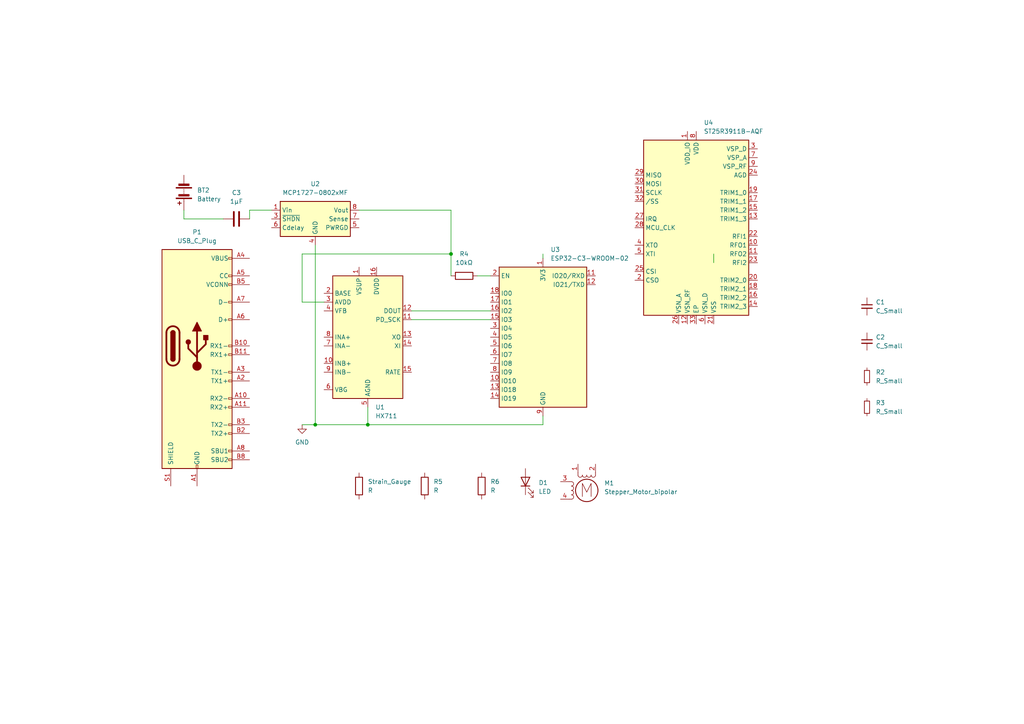
<source format=kicad_sch>
(kicad_sch (version 20231120) (generator "eeschema") (generator_version "8.0")
  (paper "A4")
  (lib_symbols
    (symbol "Analog_ADC:HX711"
      (property "Reference" "U" (at 5.08 21.59 0))
      (property "Value" "HX711" (at 7.62 19.05 0))
      (symbol "HX711_0_1"
        (rectangle (start -10.16 17.78) (end 10.16 -17.78) (stroke (width 0.254)) (fill (type background)))
      )
      (symbol "HX711_1_1"
        (pin power_in line (at -2.54 20.32 270) (length 2.54) (name "VSUP") (number "1"))
        (pin input line (at -12.7 -7.62 0) (length 2.54) (name "INB+") (number "10"))
        (pin input line (at 12.7 5.08 180) (length 2.54) (name "PD_SCK") (number "11"))
        (pin output line (at 12.7 7.62 180) (length 2.54) (name "DOUT") (number "12"))
        (pin passive line (at 12.7 0 180) (length 2.54) (name "XO") (number "13"))
        (pin passive line (at 12.7 -2.54 180) (length 2.54) (name "XI") (number "14"))
        (pin input line (at 12.7 -10.16 180) (length 2.54) (name "RATE") (number "15"))
        (pin power_in line (at 2.54 20.32 270) (length 2.54) (name "DVDD") (number "16"))
        (pin passive line (at -12.7 12.7 0) (length 2.54) (name "BASE") (number "2"))
        (pin power_in line (at -12.7 10.16 0) (length 2.54) (name "AVDD") (number "3"))
        (pin input line (at -12.7 7.62 0) (length 2.54) (name "VFB") (number "4"))
        (pin power_in line (at 0 -20.32 90) (length 2.54) (name "AGND") (number "5"))
        (pin passive line (at -12.7 -15.24 0) (length 2.54) (name "VBG") (number "6"))
        (pin input line (at -12.7 -2.54 0) (length 2.54) (name "INA-") (number "7"))
        (pin input line (at -12.7 0 0) (length 2.54) (name "INA+") (number "8"))
        (pin input line (at -12.7 -10.16 0) (length 2.54) (name "INB-") (number "9"))
      )
    )
    (symbol "Connector:USB_C_Plug" (pin_names (offset 1.016))
      (property "Reference" "P" (at -10.16 29.21 0))
      (property "Value" "USB_C_Plug" (at 10.16 29.21 0))
      (symbol "USB_C_Plug_0_0"
        (rectangle (start -0.254 -35.56) (end 0.254 -34.544))
        (rectangle (start 10.16 -32.766) (end 9.144 -33.274))
        (rectangle (start 10.16 -30.226) (end 9.144 -30.734))
        (rectangle (start 10.16 -25.146) (end 9.144 -25.654))
        (rectangle (start 10.16 -22.606) (end 9.144 -23.114))
        (rectangle (start 10.16 -17.526) (end 9.144 -18.034))
        (rectangle (start 10.16 -14.986) (end 9.144 -15.494))
        (rectangle (start 10.16 -9.906) (end 9.144 -10.414))
        (rectangle (start 10.16 -7.366) (end 9.144 -7.874))
        (rectangle (start 10.16 -2.286) (end 9.144 -2.794))
        (rectangle (start 10.16 0.254) (end 9.144 -0.254))
        (rectangle (start 10.16 7.874) (end 9.144 7.366))
        (rectangle (start 10.16 12.954) (end 9.144 12.446))
        (rectangle (start 10.16 18.034) (end 9.144 17.526))
        (rectangle (start 10.16 20.574) (end 9.144 20.066))
        (rectangle (start 10.16 25.654) (end 9.144 25.146))
      )
      (symbol "USB_C_Plug_0_1"
        (rectangle (start -10.16 27.94) (end 10.16 -35.56) (stroke (width 0.254)) (fill (type background)))
        (arc (start -8.89 -3.81) (mid -6.985 -5.7067) (end -5.08 -3.81) (stroke (width 0.508)))
        (arc (start -7.62 -3.81) (mid -6.985 -4.4423) (end -6.35 -3.81) (stroke (width 0.254)))
        (arc (start -7.62 -3.81) (mid -6.985 -4.4423) (end -6.35 -3.81) (stroke (width 0.254)) (fill (type outline)))
        (rectangle (start -7.62 -3.81) (end -6.35 3.81) (stroke (width 0.254)) (fill (type outline)))
        (arc (start -6.35 3.81) (mid -6.985 4.4423) (end -7.62 3.81) (stroke (width 0.254)))
        (arc (start -6.35 3.81) (mid -6.985 4.4423) (end -7.62 3.81) (stroke (width 0.254)) (fill (type outline)))
        (arc (start -5.08 3.81) (mid -6.985 5.7067) (end -8.89 3.81) (stroke (width 0.508)))
        (polyline (pts (xy -8.89 -3.81) (xy -8.89 3.81)) (stroke (width 0.508)))
        (polyline (pts (xy -5.08 3.81) (xy -5.08 -3.81)) (stroke (width 0.508)))
      )
      (symbol "USB_C_Plug_1_1"
        (circle (center -2.54 1.143) (radius 0.635) (stroke (width 0.254)) (fill (type outline)))
        (circle (center 0 -5.842) (radius 1.27) (fill (type outline)))
        (polyline (pts (xy 0 -5.842) (xy 0 4.318)) (stroke (width 0.508)))
        (polyline (pts (xy 0 -3.302) (xy -2.54 -0.762) (xy -2.54 0.508)) (stroke (width 0.508)))
        (polyline (pts (xy 0 -2.032) (xy 2.54 0.508) (xy 2.54 1.778)) (stroke (width 0.508)))
        (polyline (pts (xy -1.27 4.318) (xy 0 6.858) (xy 1.27 4.318) (xy -1.27 4.318)) (stroke (width 0.254)) (fill (type outline)))
        (rectangle (start 1.905 1.778) (end 3.175 3.048) (stroke (width 0.254)) (fill (type outline)))
        (pin passive line (at 0 -40.64 90) (length 5.08) (name "GND") (number "A1"))
        (pin bidirectional line (at 15.24 -15.24 180) (length 5.08) (name "RX2-") (number "A10"))
        (pin bidirectional line (at 15.24 -17.78 180) (length 5.08) (name "RX2+") (number "A11"))
        (pin passive line (at 0 -40.64 90) (length 5.08) hide (name "GND") (number "A12"))
        (pin bidirectional line (at 15.24 -10.16 180) (length 5.08) (name "TX1+") (number "A2"))
        (pin bidirectional line (at 15.24 -7.62 180) (length 5.08) (name "TX1-") (number "A3"))
        (pin passive line (at 15.24 25.4 180) (length 5.08) (name "VBUS") (number "A4"))
        (pin bidirectional line (at 15.24 20.32 180) (length 5.08) (name "CC") (number "A5"))
        (pin bidirectional line (at 15.24 7.62 180) (length 5.08) (name "D+") (number "A6"))
        (pin bidirectional line (at 15.24 12.7 180) (length 5.08) (name "D-") (number "A7"))
        (pin bidirectional line (at 15.24 -30.48 180) (length 5.08) (name "SBU1") (number "A8"))
        (pin passive line (at 15.24 25.4 180) (length 5.08) hide (name "VBUS") (number "A9"))
        (pin passive line (at 0 -40.64 90) (length 5.08) hide (name "GND") (number "B1"))
        (pin bidirectional line (at 15.24 0 180) (length 5.08) (name "RX1-") (number "B10"))
        (pin bidirectional line (at 15.24 -2.54 180) (length 5.08) (name "RX1+") (number "B11"))
        (pin passive line (at 0 -40.64 90) (length 5.08) hide (name "GND") (number "B12"))
        (pin bidirectional line (at 15.24 -25.4 180) (length 5.08) (name "TX2+") (number "B2"))
        (pin bidirectional line (at 15.24 -22.86 180) (length 5.08) (name "TX2-") (number "B3"))
        (pin passive line (at 15.24 25.4 180) (length 5.08) hide (name "VBUS") (number "B4"))
        (pin bidirectional line (at 15.24 17.78 180) (length 5.08) (name "VCONN") (number "B5"))
        (pin bidirectional line (at 15.24 -33.02 180) (length 5.08) (name "SBU2") (number "B8"))
        (pin passive line (at 15.24 25.4 180) (length 5.08) hide (name "VBUS") (number "B9"))
        (pin passive line (at -7.62 -40.64 90) (length 5.08) (name "SHIELD") (number "S1"))
      )
    )
    (symbol "Device:Battery" (pin_numbers hide) (pin_names (offset 0) hide)
      (property "Reference" "BT" (at 2.54 2.54 0))
      (property "Value" "Battery" (at 2.54 0 0))
      (symbol "Battery_0_1"
        (rectangle (start -2.286 -1.27) (end 2.286 -1.524) (fill (type outline)))
        (rectangle (start -2.286 1.778) (end 2.286 1.524) (fill (type outline)))
        (rectangle (start -1.524 -2.032) (end 1.524 -2.54) (fill (type outline)))
        (rectangle (start -1.524 1.016) (end 1.524 0.508) (fill (type outline)))
        (polyline (pts (xy 0 -1.016) (xy 0 -0.762)))
        (polyline (pts (xy 0 -0.508) (xy 0 -0.254)))
        (polyline (pts (xy 0 0) (xy 0 0.254)))
        (polyline (pts (xy 0 1.778) (xy 0 2.54)))
        (polyline (pts (xy 0.762 3.048) (xy 1.778 3.048)) (stroke (width 0.254)))
        (polyline (pts (xy 1.27 3.556) (xy 1.27 2.54)) (stroke (width 0.254)))
      )
      (symbol "Battery_1_1"
        (pin passive line (at 0 5.08 270) (length 2.54) (name "+") (number "1"))
        (pin passive line (at 0 -5.08 90) (length 2.54) (name "-") (number "2"))
      )
    )
    (symbol "Device:C" (pin_numbers hide) (pin_names (offset 0.254))
      (property "Reference" "C" (at 0.635 2.54 0))
      (property "Value" "C" (at 0.635 -2.54 0))
      (symbol "C_0_1"
        (polyline (pts (xy -2.032 -0.762) (xy 2.032 -0.762)) (stroke (width 0.508)))
        (polyline (pts (xy -2.032 0.762) (xy 2.032 0.762)) (stroke (width 0.508)))
      )
      (symbol "C_1_1"
        (pin passive line (at 0 3.81 270) (length 2.794) (name "~") (number "1"))
        (pin passive line (at 0 -3.81 90) (length 2.794) (name "~") (number "2"))
      )
    )
    (symbol "Device:C_Small" (pin_numbers hide) (pin_names (offset 0.254) hide)
      (property "Reference" "C" (at 0.254 1.778 0))
      (property "Value" "C_Small" (at 0.254 -2.032 0))
      (symbol "C_Small_0_1"
        (polyline (pts (xy -1.524 -0.508) (xy 1.524 -0.508)) (stroke (width 0.3302)))
        (polyline (pts (xy -1.524 0.508) (xy 1.524 0.508)) (stroke (width 0.3048)))
      )
      (symbol "C_Small_1_1"
        (pin passive line (at 0 2.54 270) (length 2.032) (name "~") (number "1"))
        (pin passive line (at 0 -2.54 90) (length 2.032) (name "~") (number "2"))
      )
    )
    (symbol "Device:LED" (pin_numbers hide) (pin_names (offset 1.016) hide)
      (property "Reference" "D" (at 0 2.54 0))
      (property "Value" "LED" (at 0 -2.54 0))
      (symbol "LED_0_1"
        (polyline (pts (xy -1.27 -1.27) (xy -1.27 1.27)) (stroke (width 0.254)))
        (polyline (pts (xy -1.27 0) (xy 1.27 0)))
        (polyline (pts (xy 1.27 -1.27) (xy 1.27 1.27) (xy -1.27 0) (xy 1.27 -1.27)) (stroke (width 0.254)))
        (polyline (pts (xy -3.048 -0.762) (xy -4.572 -2.286) (xy -3.81 -2.286) (xy -4.572 -2.286) (xy -4.572 -1.524)))
        (polyline (pts (xy -1.778 -0.762) (xy -3.302 -2.286) (xy -2.54 -2.286) (xy -3.302 -2.286) (xy -3.302 -1.524)))
      )
      (symbol "LED_1_1"
        (pin passive line (at -3.81 0 0) (length 2.54) (name "K") (number "1"))
        (pin passive line (at 3.81 0 180) (length 2.54) (name "A") (number "2"))
      )
    )
    (symbol "Device:R" (pin_numbers hide) (pin_names (offset 0))
      (property "Reference" "R" (at 2.032 0 90))
      (property "Value" "R" (at 0 0 90))
      (symbol "R_0_1"
        (rectangle (start -1.016 -2.54) (end 1.016 2.54) (stroke (width 0.254)))
      )
      (symbol "R_1_1"
        (pin passive line (at 0 3.81 270) (length 1.27) (name "~") (number "1"))
        (pin passive line (at 0 -3.81 90) (length 1.27) (name "~") (number "2"))
      )
    )
    (symbol "Device:R_Small" (pin_numbers hide) (pin_names (offset 0.254) hide)
      (property "Reference" "R" (at 0.762 0.508 0))
      (property "Value" "R_Small" (at 0.762 -1.016 0))
      (symbol "R_Small_0_1"
        (rectangle (start -0.762 1.778) (end 0.762 -1.778) (stroke (width 0.2032)))
      )
      (symbol "R_Small_1_1"
        (pin passive line (at 0 2.54 270) (length 0.762) (name "~") (number "1"))
        (pin passive line (at 0 -2.54 90) (length 0.762) (name "~") (number "2"))
      )
    )
    (symbol "Motor:Stepper_Motor_bipolar" (pin_names (offset 0) hide)
      (property "Reference" "M" (at 3.81 2.54 0))
      (property "Value" "Stepper_Motor_bipolar" (at 3.81 1.27 0))
      (symbol "Stepper_Motor_bipolar_0_0"
        (polyline (pts (xy -1.27 -1.778) (xy -1.27 2.032) (xy 0 -0.508) (xy 1.27 2.032) (xy 1.27 -1.778)))
      )
      (symbol "Stepper_Motor_bipolar_0_1"
        (arc (start -4.445 -2.54) (mid -3.8127 -1.905) (end -4.445 -1.27))
        (arc (start -4.445 -1.27) (mid -3.8127 -0.635) (end -4.445 0))
        (arc (start -4.445 0) (mid -3.8127 0.635) (end -4.445 1.27))
        (arc (start -4.445 1.27) (mid -3.8127 1.905) (end -4.445 2.54))
        (arc (start -2.54 4.445) (mid -1.905 3.8127) (end -1.27 4.445))
        (arc (start -1.27 4.445) (mid -0.635 3.8127) (end 0 4.445))
        (polyline (pts (xy -5.08 -2.54) (xy -4.445 -2.54)))
        (polyline (pts (xy -5.08 2.54) (xy -4.445 2.54)))
        (polyline (pts (xy -2.54 5.08) (xy -2.54 4.445)))
        (polyline (pts (xy 2.54 5.08) (xy 2.54 4.445)))
        (circle (center 0 0) (radius 3.2512) (stroke (width 0.254)))
        (arc (start 0 4.445) (mid 0.635 3.8127) (end 1.27 4.445))
        (arc (start 1.27 4.445) (mid 1.905 3.8127) (end 2.54 4.445))
      )
      (symbol "Stepper_Motor_bipolar_1_1"
        (pin passive line (at -2.54 7.62 270) (length 2.54) (name "~") (number "1"))
        (pin passive line (at 2.54 7.62 270) (length 2.54) (name "-") (number "2"))
        (pin passive line (at -7.62 2.54 0) (length 2.54) (name "~") (number "3"))
        (pin passive line (at -7.62 -2.54 0) (length 2.54) (name "~") (number "4"))
      )
    )
    (symbol "RF_Module:ESP32-C3-WROOM-02"
      (property "Reference" "U" (at -12.192 21.336 0))
      (property "Value" "ESP32-C3-WROOM-02" (at 12.192 21.336 0))
      (symbol "ESP32-C3-WROOM-02_1_1"
        (rectangle (start -12.7 20.32) (end 12.7 -20.32) (stroke (width 0.254)) (fill (type background)))
        (pin power_in line (at 0 22.86 270) (length 2.54) (name "3V3") (number "1"))
        (pin bidirectional line (at -15.24 -12.7 0) (length 2.54) (name "IO10") (number "10"))
        (pin bidirectional line (at 15.24 17.78 180) (length 2.54) (name "IO20/RXD") (number "11"))
        (pin bidirectional line (at 15.24 15.24 180) (length 2.54) (name "IO21/TXD") (number "12"))
        (pin bidirectional line (at -15.24 -15.24 0) (length 2.54) (name "IO18") (number "13"))
        (pin bidirectional line (at -15.24 -17.78 0) (length 2.54) (name "IO19") (number "14"))
        (pin bidirectional line (at -15.24 5.08 0) (length 2.54) (name "IO3") (number "15"))
        (pin bidirectional line (at -15.24 7.62 0) (length 2.54) (name "IO2") (number "16"))
        (pin bidirectional line (at -15.24 10.16 0) (length 2.54) (name "IO1") (number "17"))
        (pin bidirectional line (at -15.24 12.7 0) (length 2.54) (name "IO0") (number "18"))
        (pin passive line (at 0 -22.86 90) (length 2.54) hide (name "GND") (number "19"))
        (pin input line (at -15.24 17.78 0) (length 2.54) (name "EN") (number "2"))
        (pin bidirectional line (at -15.24 2.54 0) (length 2.54) (name "IO4") (number "3"))
        (pin bidirectional line (at -15.24 0 0) (length 2.54) (name "IO5") (number "4"))
        (pin bidirectional line (at -15.24 -2.54 0) (length 2.54) (name "IO6") (number "5"))
        (pin bidirectional line (at -15.24 -5.08 0) (length 2.54) (name "IO7") (number "6"))
        (pin bidirectional line (at -15.24 -7.62 0) (length 2.54) (name "IO8") (number "7"))
        (pin bidirectional line (at -15.24 -10.16 0) (length 2.54) (name "IO9") (number "8"))
        (pin power_in line (at 0 -22.86 90) (length 2.54) (name "GND") (number "9"))
      )
    )
    (symbol "RF_NFC:ST25R3911B-AQF"
      (property "Reference" "U" (at -13.97 26.67 0))
      (property "Value" "ST25R3911B-AQF" (at 10.16 26.67 0))
      (symbol "ST25R3911B-AQF_0_1"
        (rectangle (start -15.24 25.4) (end 15.24 -25.4) (stroke (width 0.254)) (fill (type background)))
      )
      (symbol "ST25R3911B-AQF_1_1"
        (pin power_in line (at -2.54 27.94 270) (length 2.54) (name "VDD_IO") (number "1"))
        (pin output line (at 17.78 -5.08 180) (length 2.54) (name "RFO1") (number "10"))
        (pin output line (at 17.78 -7.62 180) (length 2.54) (name "RFO2") (number "11"))
        (pin power_in line (at -2.54 -27.94 90) (length 2.54) (name "VSN_RF") (number "12"))
        (pin passive line (at 17.78 2.54 180) (length 2.54) (name "TRIM1_3") (number "13"))
        (pin passive line (at 17.78 -22.86 180) (length 2.54) (name "TRIM2_3") (number "14"))
        (pin passive line (at 17.78 5.08 180) (length 2.54) (name "TRIM1_2") (number "15"))
        (pin passive line (at 17.78 -20.32 180) (length 2.54) (name "TRIM2_2") (number "16"))
        (pin passive line (at 17.78 7.62 180) (length 2.54) (name "TRIM1_1") (number "17"))
        (pin passive line (at 17.78 -17.78 180) (length 2.54) (name "TRIM2_1") (number "18"))
        (pin passive line (at 17.78 10.16 180) (length 2.54) (name "TRIM1_0") (number "19"))
        (pin output line (at -17.78 -15.24 0) (length 2.54) (name "CSO") (number "2"))
        (pin passive line (at 17.78 -15.24 180) (length 2.54) (name "TRIM2_0") (number "20"))
        (pin power_in line (at 5.08 -27.94 90) (length 2.54) (name "VSS") (number "21"))
        (pin passive line (at 17.78 -2.54 180) (length 2.54) (name "RFI1") (number "22"))
        (pin passive line (at 17.78 -10.16 180) (length 2.54) (name "RFI2") (number "23"))
        (pin passive line (at 17.78 15.24 180) (length 2.54) (name "AGD") (number "24"))
        (pin passive line (at -17.78 -12.7 0) (length 2.54) (name "CSI") (number "25"))
        (pin power_in line (at -5.08 -27.94 90) (length 2.54) (name "VSN_A") (number "26"))
        (pin output line (at -17.78 2.54 0) (length 2.54) (name "IRQ") (number "27"))
        (pin output line (at -17.78 0 0) (length 2.54) (name "MCU_CLK") (number "28"))
        (pin output line (at -17.78 15.24 0) (length 2.54) (name "MISO") (number "29"))
        (pin power_out line (at 17.78 22.86 180) (length 2.54) (name "VSP_D") (number "3"))
        (pin input line (at -17.78 12.7 0) (length 2.54) (name "MOSI") (number "30"))
        (pin input line (at -17.78 10.16 0) (length 2.54) (name "SCLK") (number "31"))
        (pin input line (at -17.78 7.62 0) (length 2.54) (name "/SS") (number "32"))
        (pin power_in line (at 0 -27.94 90) (length 2.54) (name "EP") (number "33"))
        (pin output line (at -17.78 -5.08 0) (length 2.54) (name "XTO") (number "4"))
        (pin passive line (at -17.78 -7.62 0) (length 2.54) (name "XTI") (number "5"))
        (pin power_in line (at 2.54 -27.94 90) (length 2.54) (name "VSN_D") (number "6"))
        (pin power_out line (at 17.78 20.32 180) (length 2.54) (name "VSP_A") (number "7"))
        (pin power_in line (at 0 27.94 270) (length 2.54) (name "VDD") (number "8"))
        (pin power_out line (at 17.78 17.78 180) (length 2.54) (name "VSP_RF") (number "9"))
      )
    )
    (symbol "Regulator_Linear:MCP1727-0802xMF"
      (property "Reference" "U" (at -8.89 6.35 0))
      (property "Value" "MCP1727-0802xMF" (at 5.08 6.35 0))
      (symbol "MCP1727-0802xMF_0_0"
        (pin open_collector line (at 12.7 -2.54 180) (length 2.54) (name "PWRGD") (number "5"))
        (pin input line (at -12.7 -2.54 0) (length 2.54) (name "Cdelay") (number "6"))
        (pin input line (at 12.7 0 180) (length 2.54) (name "Sense") (number "7"))
        (pin power_out line (at 12.7 2.54 180) (length 2.54) (name "Vout") (number "8"))
      )
      (symbol "MCP1727-0802xMF_0_1"
        (rectangle (start -10.16 5.08) (end 10.16 -5.08) (stroke (width 0.254)) (fill (type background)))
      )
      (symbol "MCP1727-0802xMF_1_1"
        (pin power_in line (at -12.7 2.54 0) (length 2.54) (name "Vin") (number "1"))
        (pin passive line (at -12.7 2.54 0) (length 2.54) hide (name "Vin") (number "2"))
        (pin input line (at -12.7 0 0) (length 2.54) (name "~{SHDN}") (number "3"))
        (pin power_in line (at 0 -7.62 90) (length 2.54) (name "GND") (number "4"))
        (pin passive line (at 0 -7.62 90) (length 2.54) hide (name "GND") (number "9"))
      )
    )
    (symbol "power:GND" (power) (pin_numbers hide) (pin_names (offset 0) hide)
      (property "Value" "GND" (at 0 -3.81 0))
      (symbol "GND_0_1"
        (polyline (pts (xy 0 0) (xy 0 -1.27) (xy 1.27 -1.27) (xy 0 -2.54) (xy -1.27 -1.27) (xy 0 -1.27)))
      )
      (symbol "GND_1_1"
        (pin power_in line (at 0 0 270) (length 0) (name "~") (number "1"))
      )
    )
  )
  (junction (at 106.68 123.19))
  (junction (at 130.81 73.66))
  (junction (at 91.44 123.19))
  (wire (pts (xy 87.63 123.19) (xy 91.44 123.19)))
  (wire (pts (xy 138.43 80.01) (xy 142.24 80.01)))
  (wire (pts (xy 87.63 73.66) (xy 130.81 73.66)))
  (wire (pts (xy 87.63 87.63) (xy 87.63 73.66)))
  (wire (pts (xy 106.68 123.19) (xy 157.48 123.19)))
  (wire (pts (xy 119.38 90.17) (xy 142.24 90.17)))
  (wire (pts (xy 157.48 73.66) (xy 157.48 74.93)))
  (wire (pts (xy 91.44 123.19) (xy 106.68 123.19)))
  (wire (pts (xy 72.39 60.96) (xy 78.74 60.96)))
  (wire (pts (xy 53.34 60.96) (xy 53.34 63.5)))
  (wire (pts (xy 91.44 71.12) (xy 91.44 123.19)))
  (wire (pts (xy 104.14 60.96) (xy 130.81 60.96)))
  (wire (pts (xy 72.39 63.5) (xy 72.39 60.96)))
  (wire (pts (xy 119.38 92.71) (xy 142.24 92.71)))
  (wire (pts (xy 157.48 120.65) (xy 157.48 123.19)))
  (wire (pts (xy 130.81 73.66) (xy 130.81 80.01)))
  (wire (pts (xy 53.34 63.5) (xy 64.77 63.5)))
  (wire (pts (xy 207.01 73.66) (xy 207.01 76.2)))
  (wire (pts (xy 106.68 118.11) (xy 106.68 123.19)))
  (wire (pts (xy 130.81 60.96) (xy 130.81 73.66)))
  (wire (pts (xy 93.98 87.63) (xy 87.63 87.63)))
  (symbol (lib_id "Device:R") (at 104.14 140.97 0) (unit 1)
    (property "Reference" "Strain_Gauge" (at 106.68 139.6999 0) (effects (justify left)))
    (property "Value" "R" (at 106.68 142.2399 0) (effects (justify left)))
    (property "Description" "Resistor" (effects (hide yes)))
  )
  (symbol (lib_id "Device:C_Small") (at 251.46 99.06 0) (unit 1)
    (property "Reference" "C2" (at 254 97.7962 0) (effects (justify left)))
    (property "Value" "C_Small" (at 254 100.3362 0) (effects (justify left)))
    (property "Description" "Unpolarized capacitor, small symbol" (effects (hide yes)))
  )
  (symbol (lib_id "Connector:USB_C_Plug") (at 57.15 100.33 0) (unit 1)
    (property "Reference" "P1" (at 57.15 67.31 0))
    (property "Value" "USB_C_Plug" (at 57.15 69.85 0))
    (property "Datasheet" "https://www.usb.org/sites/default/files/documents/usb_type-c.zip" (effects (hide yes)))
    (property "Description" "USB Type-C Plug connector" (effects (hide yes)))
  )
  (symbol (lib_id "power:GND") (at 87.63 123.19 0) (unit 1)
    (property "Reference" "#PWR01" (effects (hide yes)))
    (property "Value" "GND" (at 87.63 128.27 0))
    (property "Description" "Power symbol creates a global label with name \"GND\" , ground" (effects (hide yes)))
  )
  (symbol (lib_id "RF_NFC:ST25R3911B-AQF") (at 201.93 66.04 0) (unit 1)
    (property "Reference" "U4" (at 204.1241 35.56 0) (effects (justify left)))
    (property "Value" "ST25R3911B-AQF" (at 204.1241 38.1 0) (effects (justify left)))
    (property "Footprint" "Package_DFN_QFN:QFN-32-1EP_5x5mm_P0.5mm_EP3.6x3.6mm_ThermalVias" (effects (hide yes)))
    (property "Datasheet" "https://www.st.com/resource/en/datasheet/st25r3911b.pdf" (effects (hide yes)))
    (property "Description" "High performance HR reader/NFC initiator with 1.4W supporting VHBR and AAT, QFN32" (effects (hide yes)))
  )
  (symbol (lib_id "RF_Module:ESP32-C3-WROOM-02") (at 157.48 97.79 0) (unit 1)
    (property "Reference" "U3" (at 159.6741 72.39 0) (effects (justify left)))
    (property "Value" "ESP32-C3-WROOM-02" (at 159.6741 74.93 0) (effects (justify left)))
    (property "Footprint" "RF_Module:ESP32-C3-WROOM-02" (effects (hide yes)))
    (property "Datasheet" "https://www.espressif.com/sites/default/files/documentation/esp32-c3-wroom-02_datasheet_en.pdf" (effects (hide yes)))
    (property "Description" "802.11 b/g/n Wi­Fi and Bluetooth 5 module, ESP32­C3 SoC, RISC­V microprocessor, On-board antenna" (effects (hide yes)))
  )
  (symbol (lib_id "Device:R") (at 139.7 140.97 0) (unit 1)
    (property "Reference" "R6" (at 142.24 139.6999 0) (effects (justify left)))
    (property "Value" "R" (at 142.24 142.2399 0) (effects (justify left)))
    (property "Description" "Resistor" (effects (hide yes)))
  )
  (symbol (lib_id "Device:LED") (at 152.4 139.7 90) (unit 1)
    (property "Reference" "D1" (at 156.21 140.0174 90) (effects (justify right)))
    (property "Value" "LED" (at 156.21 142.5574 90) (effects (justify right)))
    (property "Description" "Light emitting diode" (effects (hide yes)))
  )
  (symbol (lib_id "Device:R_Small") (at 251.46 118.11 0) (unit 1)
    (property "Reference" "R3" (at 254 116.8399 0) (effects (justify left)))
    (property "Value" "R_Small" (at 254 119.3799 0) (effects (justify left)))
    (property "Description" "Resistor, small symbol" (effects (hide yes)))
  )
  (symbol (lib_id "Device:R_Small") (at 251.46 109.22 0) (unit 1)
    (property "Reference" "R2" (at 254 107.9499 0) (effects (justify left)))
    (property "Value" "R_Small" (at 254 110.4899 0) (effects (justify left)))
    (property "Description" "Resistor, small symbol" (effects (hide yes)))
  )
  (symbol (lib_id "Regulator_Linear:MCP1727-0802xMF") (at 91.44 63.5 0) (unit 1)
    (property "Reference" "U2" (at 91.44 53.34 0))
    (property "Value" "MCP1727-0802xMF" (at 91.44 55.88 0))
    (property "Footprint" "Package_DFN_QFN:DFN-8-1EP_3x3mm_P0.65mm_EP1.55x2.4mm" (effects (hide yes)))
    (property "Datasheet" "https://ww1.microchip.com/downloads/aemtest/APID/ProductDocuments/DataSheets/MCP1727-1.5A-Low-Voltage-Low-Quiescent-Current-LDO-Regulator-20001999D.pdf" (effects (hide yes)))
    (property "Description" "1.5A, Low Voltage, Low Quiescent Current LDO Regulator, 2.3 - 6V Input, Fixed 0.8V Output, 330mV Dropout, DFN-8" (effects (hide yes)))
  )
  (symbol (lib_id "Analog_ADC:HX711") (at 106.68 97.79 0) (unit 1)
    (property "Reference" "U1" (at 108.8741 118.11 0) (effects (justify left)))
    (property "Value" "HX711" (at 108.8741 120.65 0) (effects (justify left)))
    (property "Footprint" "Package_SO:SOP-16_3.9x9.9mm_P1.27mm" (effects (hide yes)))
    (property "Datasheet" "https://web.archive.org/web/20220615044707/https://akizukidenshi.com/download/ds/avia/hx711.pdf" (effects (hide yes)))
    (property "Description" "24-Bit Analog-to-Digital Converter (ADC) for Weight Scales" (effects (hide yes)))
  )
  (symbol (lib_id "Device:Battery") (at 53.34 55.88 180) (unit 1)
    (property "Reference" "BT2" (at 57.15 55.1814 0) (effects (justify right)))
    (property "Value" "Battery" (at 57.15 57.7214 0) (effects (justify right)))
    (property "Description" "Multiple-cell battery" (effects (hide yes)))
  )
  (symbol (lib_id "Device:C_Small") (at 251.46 88.9 0) (unit 1)
    (property "Reference" "C1" (at 254 87.6362 0) (effects (justify left)))
    (property "Value" "C_Small" (at 254 90.1762 0) (effects (justify left)))
    (property "Description" "Unpolarized capacitor, small symbol" (effects (hide yes)))
  )
  (symbol (lib_id "Device:C") (at 68.58 63.5 270) (unit 1)
    (property "Reference" "C3" (at 68.58 55.88 90))
    (property "Value" "1µF" (at 68.58 58.42 90))
    (property "Description" "Unpolarized capacitor" (effects (hide yes)))
  )
  (symbol (lib_id "Motor:Stepper_Motor_bipolar") (at 170.18 142.24 0) (unit 1)
    (property "Reference" "M1" (at 175.26 140.119 0) (effects (justify left)))
    (property "Value" "Stepper_Motor_bipolar" (at 175.26 142.659 0) (effects (justify left)))
    (property "Datasheet" "http://www.infineon.com/dgdl/Application-Note-TLE8110EE_driving_UniPolarStepperMotor_V1.1.pdf?fileId=db3a30431be39b97011be5d0aa0a00b0" (effects (hide yes)))
    (property "Description" "4-wire bipolar stepper motor" (effects (hide yes)))
  )
  (symbol (lib_id "Device:R") (at 134.62 80.01 90) (unit 1)
    (property "Reference" "R4" (at 134.62 73.66 90))
    (property "Value" "10kΩ" (at 134.62 76.2 90))
    (property "Description" "Resistor" (effects (hide yes)))
  )
  (symbol (lib_id "Device:R") (at 123.19 140.97 0) (unit 1)
    (property "Reference" "R5" (at 125.73 139.6999 0) (effects (justify left)))
    (property "Value" "R" (at 125.73 142.2399 0) (effects (justify left)))
    (property "Description" "Resistor" (effects (hide yes)))
  )
)
</source>
